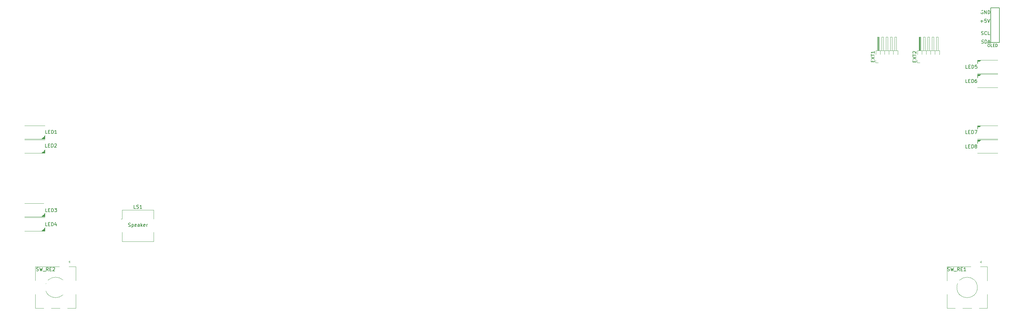
<source format=gto>
G04 #@! TF.GenerationSoftware,KiCad,Pcbnew,(5.1.6-0-10_14)*
G04 #@! TF.CreationDate,2020-10-11T16:31:34+09:00*
G04 #@! TF.ProjectId,Jones,4a6f6e65-732e-46b6-9963-61645f706362,v.0.2*
G04 #@! TF.SameCoordinates,Original*
G04 #@! TF.FileFunction,Legend,Top*
G04 #@! TF.FilePolarity,Positive*
%FSLAX46Y46*%
G04 Gerber Fmt 4.6, Leading zero omitted, Abs format (unit mm)*
G04 Created by KiCad (PCBNEW (5.1.6-0-10_14)) date 2020-10-11 16:31:34*
%MOMM*%
%LPD*%
G01*
G04 APERTURE LIST*
%ADD10C,0.120000*%
%ADD11C,0.150000*%
%ADD12C,0.100000*%
%ADD13C,1.500000*%
%ADD14C,3.400000*%
%ADD15C,4.387800*%
%ADD16C,2.150000*%
%ADD17C,1.400000*%
%ADD18C,5.400000*%
%ADD19O,7.400240X5.400000*%
%ADD20R,2.400000X2.400000*%
%ADD21C,2.400000*%
%ADD22R,2.400000X3.600000*%
%ADD23R,1.700000X3.800000*%
%ADD24C,1.100000*%
%ADD25O,1.300000X2.800000*%
%ADD26O,1.300000X2.100000*%
%ADD27C,3.448000*%
%ADD28R,1.400000X1.400000*%
%ADD29O,1.400000X1.400000*%
%ADD30R,1.900000X1.600000*%
%ADD31C,2.000000*%
%ADD32R,2.000000X1.250000*%
G04 APERTURE END LIST*
D10*
X298493580Y-107465550D02*
X298493580Y-108465550D01*
X298993580Y-107965550D02*
X297993580Y-107965550D01*
X294993580Y-114065550D02*
X292593580Y-114065550D01*
X299793580Y-114065550D02*
X297193580Y-114065550D01*
X304393580Y-114065550D02*
X301993580Y-114065550D01*
X302593580Y-100765550D02*
X302293580Y-100465550D01*
X302593580Y-100165550D02*
X302593580Y-100765550D01*
X302293580Y-100465550D02*
X302593580Y-100165550D01*
X304393580Y-101865550D02*
X292593580Y-101865550D01*
X304393580Y-105965550D02*
X304393580Y-101865550D01*
X292593580Y-105965550D02*
X292593580Y-101865550D01*
X292593580Y-114065550D02*
X292593580Y-109965550D01*
X304393580Y-109965550D02*
X304393580Y-114065550D01*
X301493580Y-107965550D02*
G75*
G03*
X301493580Y-107965550I-3000000J0D01*
G01*
D11*
X307920000Y-36120040D02*
X307920000Y-25960040D01*
X305380000Y-36120040D02*
X305380000Y-25960040D01*
X305380000Y-25960040D02*
X307920000Y-25960040D01*
X307920000Y-36120040D02*
X305380000Y-36120040D01*
D10*
X51240000Y-87890040D02*
X50910000Y-87890040D01*
X51240000Y-94460040D02*
X51240000Y-91810040D01*
X60460000Y-94460040D02*
X51240000Y-94460040D01*
X60460000Y-91810040D02*
X60460000Y-94460040D01*
X60460000Y-85240040D02*
X60460000Y-87890040D01*
X51240000Y-85240040D02*
X60460000Y-85240040D01*
X51240000Y-87890040D02*
X51240000Y-85240040D01*
X34771347Y-107952828D02*
G75*
G03*
X34771347Y-107952828I-3000000J0D01*
G01*
X37671347Y-109952828D02*
X37671347Y-114052828D01*
X25871347Y-114052828D02*
X25871347Y-109952828D01*
X25871347Y-105952828D02*
X25871347Y-101852828D01*
X37671347Y-105952828D02*
X37671347Y-101852828D01*
X37671347Y-101852828D02*
X25871347Y-101852828D01*
X35571347Y-100452828D02*
X35871347Y-100152828D01*
X35871347Y-100152828D02*
X35871347Y-100752828D01*
X35871347Y-100752828D02*
X35571347Y-100452828D01*
X37671347Y-114052828D02*
X35271347Y-114052828D01*
X33071347Y-114052828D02*
X30471347Y-114052828D01*
X28271347Y-114052828D02*
X25871347Y-114052828D01*
X32271347Y-107952828D02*
X31271347Y-107952828D01*
X31771347Y-107452828D02*
X31771347Y-108452828D01*
X271830323Y-39640000D02*
X271755000Y-39640000D01*
X271755000Y-39640000D02*
X271755000Y-38520000D01*
X271755000Y-38520000D02*
X278225000Y-38520000D01*
X278225000Y-38520000D02*
X278225000Y-39640000D01*
X278225000Y-39640000D02*
X278149677Y-39640000D01*
X272190000Y-38520000D02*
X272190000Y-34520000D01*
X272190000Y-34520000D02*
X272710000Y-34520000D01*
X272710000Y-34520000D02*
X272710000Y-38520000D01*
X272250000Y-38520000D02*
X272250000Y-34520000D01*
X272370000Y-38520000D02*
X272370000Y-34520000D01*
X272490000Y-38520000D02*
X272490000Y-34520000D01*
X272610000Y-38520000D02*
X272610000Y-34520000D01*
X273085000Y-39640000D02*
X273085000Y-38520000D01*
X273069677Y-39640000D02*
X273100323Y-39640000D01*
X273460000Y-38520000D02*
X273460000Y-34520000D01*
X273460000Y-34520000D02*
X273980000Y-34520000D01*
X273980000Y-34520000D02*
X273980000Y-38520000D01*
X274355000Y-39640000D02*
X274355000Y-38520000D01*
X274339677Y-39640000D02*
X274370323Y-39640000D01*
X274730000Y-38520000D02*
X274730000Y-34520000D01*
X274730000Y-34520000D02*
X275250000Y-34520000D01*
X275250000Y-34520000D02*
X275250000Y-38520000D01*
X275625000Y-39640000D02*
X275625000Y-38520000D01*
X275609677Y-39640000D02*
X275640323Y-39640000D01*
X276000000Y-38520000D02*
X276000000Y-34520000D01*
X276000000Y-34520000D02*
X276520000Y-34520000D01*
X276520000Y-34520000D02*
X276520000Y-38520000D01*
X276895000Y-39640000D02*
X276895000Y-38520000D01*
X276879677Y-39640000D02*
X276910323Y-39640000D01*
X277270000Y-38520000D02*
X277270000Y-34520000D01*
X277270000Y-34520000D02*
X277790000Y-34520000D01*
X277790000Y-34520000D02*
X277790000Y-38520000D01*
X272450000Y-42110000D02*
X271690000Y-42110000D01*
X271690000Y-42110000D02*
X271690000Y-41350000D01*
X283890000Y-42110000D02*
X283890000Y-41350000D01*
X284650000Y-42110000D02*
X283890000Y-42110000D01*
X289990000Y-34520000D02*
X289990000Y-38520000D01*
X289470000Y-34520000D02*
X289990000Y-34520000D01*
X289470000Y-38520000D02*
X289470000Y-34520000D01*
X289079677Y-39640000D02*
X289110323Y-39640000D01*
X289095000Y-39640000D02*
X289095000Y-38520000D01*
X288720000Y-34520000D02*
X288720000Y-38520000D01*
X288200000Y-34520000D02*
X288720000Y-34520000D01*
X288200000Y-38520000D02*
X288200000Y-34520000D01*
X287809677Y-39640000D02*
X287840323Y-39640000D01*
X287825000Y-39640000D02*
X287825000Y-38520000D01*
X287450000Y-34520000D02*
X287450000Y-38520000D01*
X286930000Y-34520000D02*
X287450000Y-34520000D01*
X286930000Y-38520000D02*
X286930000Y-34520000D01*
X286539677Y-39640000D02*
X286570323Y-39640000D01*
X286555000Y-39640000D02*
X286555000Y-38520000D01*
X286180000Y-34520000D02*
X286180000Y-38520000D01*
X285660000Y-34520000D02*
X286180000Y-34520000D01*
X285660000Y-38520000D02*
X285660000Y-34520000D01*
X285269677Y-39640000D02*
X285300323Y-39640000D01*
X285285000Y-39640000D02*
X285285000Y-38520000D01*
X284810000Y-38520000D02*
X284810000Y-34520000D01*
X284690000Y-38520000D02*
X284690000Y-34520000D01*
X284570000Y-38520000D02*
X284570000Y-34520000D01*
X284450000Y-38520000D02*
X284450000Y-34520000D01*
X284910000Y-34520000D02*
X284910000Y-38520000D01*
X284390000Y-34520000D02*
X284910000Y-34520000D01*
X284390000Y-38520000D02*
X284390000Y-34520000D01*
X290425000Y-39640000D02*
X290349677Y-39640000D01*
X290425000Y-38520000D02*
X290425000Y-39640000D01*
X283955000Y-38520000D02*
X290425000Y-38520000D01*
X283955000Y-39640000D02*
X283955000Y-38520000D01*
X284030323Y-39640000D02*
X283955000Y-39640000D01*
X28600000Y-64400040D02*
X28600000Y-63325040D01*
X22700000Y-64400040D02*
X28600000Y-64400040D01*
X22700000Y-60500040D02*
X28600000Y-60500040D01*
D12*
G36*
X28600000Y-64400040D02*
G01*
X27600000Y-64400040D01*
X28600000Y-63400040D01*
X28600000Y-64400040D01*
G37*
X28600000Y-64400040D02*
X27600000Y-64400040D01*
X28600000Y-63400040D01*
X28600000Y-64400040D01*
G36*
X28600000Y-68600040D02*
G01*
X27600000Y-68600040D01*
X28600000Y-67600040D01*
X28600000Y-68600040D01*
G37*
X28600000Y-68600040D02*
X27600000Y-68600040D01*
X28600000Y-67600040D01*
X28600000Y-68600040D01*
D10*
X22700000Y-64700040D02*
X28600000Y-64700040D01*
X22700000Y-68600040D02*
X28600000Y-68600040D01*
X28600000Y-68600040D02*
X28600000Y-67525040D01*
X28600000Y-87200040D02*
X28600000Y-86125040D01*
X22700000Y-87200040D02*
X28600000Y-87200040D01*
X22700000Y-83300040D02*
X28600000Y-83300040D01*
D12*
G36*
X28600000Y-87200040D02*
G01*
X27600000Y-87200040D01*
X28600000Y-86200040D01*
X28600000Y-87200040D01*
G37*
X28600000Y-87200040D02*
X27600000Y-87200040D01*
X28600000Y-86200040D01*
X28600000Y-87200040D01*
G36*
X28600000Y-91400040D02*
G01*
X27600000Y-91400040D01*
X28600000Y-90400040D01*
X28600000Y-91400040D01*
G37*
X28600000Y-91400040D02*
X27600000Y-91400040D01*
X28600000Y-90400040D01*
X28600000Y-91400040D01*
D10*
X22700000Y-87500040D02*
X28600000Y-87500040D01*
X22700000Y-91400040D02*
X28600000Y-91400040D01*
X28600000Y-91400040D02*
X28600000Y-90325040D01*
D12*
G36*
X301500000Y-41300040D02*
G01*
X302500000Y-41300040D01*
X301500000Y-42300040D01*
X301500000Y-41300040D01*
G37*
X301500000Y-41300040D02*
X302500000Y-41300040D01*
X301500000Y-42300040D01*
X301500000Y-41300040D01*
D10*
X307400000Y-45200040D02*
X301500000Y-45200040D01*
X307400000Y-41300040D02*
X301500000Y-41300040D01*
X301500000Y-41300040D02*
X301500000Y-42375040D01*
X301500000Y-45500040D02*
X301500000Y-46575040D01*
X307400000Y-45500040D02*
X301500000Y-45500040D01*
X307400000Y-49400040D02*
X301500000Y-49400040D01*
D12*
G36*
X301500000Y-45500040D02*
G01*
X302500000Y-45500040D01*
X301500000Y-46500040D01*
X301500000Y-45500040D01*
G37*
X301500000Y-45500040D02*
X302500000Y-45500040D01*
X301500000Y-46500040D01*
X301500000Y-45500040D01*
D10*
X301500000Y-60500040D02*
X301500000Y-61575040D01*
X307400000Y-60500040D02*
X301500000Y-60500040D01*
X307400000Y-64400040D02*
X301500000Y-64400040D01*
D12*
G36*
X301500000Y-60500040D02*
G01*
X302500000Y-60500040D01*
X301500000Y-61500040D01*
X301500000Y-60500040D01*
G37*
X301500000Y-60500040D02*
X302500000Y-60500040D01*
X301500000Y-61500040D01*
X301500000Y-60500040D01*
G36*
X301500000Y-64700040D02*
G01*
X302500000Y-64700040D01*
X301500000Y-65700040D01*
X301500000Y-64700040D01*
G37*
X301500000Y-64700040D02*
X302500000Y-64700040D01*
X301500000Y-65700040D01*
X301500000Y-64700040D01*
D10*
X307400000Y-68600040D02*
X301500000Y-68600040D01*
X307400000Y-64700040D02*
X301500000Y-64700040D01*
X301500000Y-64700040D02*
X301500000Y-65775040D01*
D11*
X292783333Y-103054801D02*
X292926190Y-103102420D01*
X293164285Y-103102420D01*
X293259523Y-103054801D01*
X293307142Y-103007182D01*
X293354761Y-102911944D01*
X293354761Y-102816706D01*
X293307142Y-102721468D01*
X293259523Y-102673849D01*
X293164285Y-102626230D01*
X292973809Y-102578611D01*
X292878571Y-102530992D01*
X292830952Y-102483373D01*
X292783333Y-102388135D01*
X292783333Y-102292897D01*
X292830952Y-102197659D01*
X292878571Y-102150040D01*
X292973809Y-102102420D01*
X293211904Y-102102420D01*
X293354761Y-102150040D01*
X293688095Y-102102420D02*
X293926190Y-103102420D01*
X294116666Y-102388135D01*
X294307142Y-103102420D01*
X294545238Y-102102420D01*
X294688095Y-103197659D02*
X295450000Y-103197659D01*
X296259523Y-103102420D02*
X295926190Y-102626230D01*
X295688095Y-103102420D02*
X295688095Y-102102420D01*
X296069047Y-102102420D01*
X296164285Y-102150040D01*
X296211904Y-102197659D01*
X296259523Y-102292897D01*
X296259523Y-102435754D01*
X296211904Y-102530992D01*
X296164285Y-102578611D01*
X296069047Y-102626230D01*
X295688095Y-102626230D01*
X296688095Y-102578611D02*
X297021428Y-102578611D01*
X297164285Y-103102420D02*
X296688095Y-103102420D01*
X296688095Y-102102420D01*
X297164285Y-102102420D01*
X298116666Y-103102420D02*
X297545238Y-103102420D01*
X297830952Y-103102420D02*
X297830952Y-102102420D01*
X297735714Y-102245278D01*
X297640476Y-102340516D01*
X297545238Y-102388135D01*
X304769504Y-36604895D02*
X304924323Y-36604895D01*
X305001733Y-36643600D01*
X305079142Y-36721009D01*
X305117847Y-36875828D01*
X305117847Y-37146761D01*
X305079142Y-37301580D01*
X305001733Y-37378990D01*
X304924323Y-37417695D01*
X304769504Y-37417695D01*
X304692095Y-37378990D01*
X304614685Y-37301580D01*
X304575980Y-37146761D01*
X304575980Y-36875828D01*
X304614685Y-36721009D01*
X304692095Y-36643600D01*
X304769504Y-36604895D01*
X305853238Y-37417695D02*
X305466190Y-37417695D01*
X305466190Y-36604895D01*
X306124171Y-36991942D02*
X306395104Y-36991942D01*
X306511219Y-37417695D02*
X306124171Y-37417695D01*
X306124171Y-36604895D01*
X306511219Y-36604895D01*
X306859561Y-37417695D02*
X306859561Y-36604895D01*
X307053085Y-36604895D01*
X307169200Y-36643600D01*
X307246609Y-36721009D01*
X307285314Y-36798419D01*
X307324019Y-36953238D01*
X307324019Y-37069352D01*
X307285314Y-37224171D01*
X307246609Y-37301580D01*
X307169200Y-37378990D01*
X307053085Y-37417695D01*
X306859561Y-37417695D01*
X302735714Y-36354761D02*
X302878571Y-36402380D01*
X303116666Y-36402380D01*
X303211904Y-36354761D01*
X303259523Y-36307142D01*
X303307142Y-36211904D01*
X303307142Y-36116666D01*
X303259523Y-36021428D01*
X303211904Y-35973809D01*
X303116666Y-35926190D01*
X302926190Y-35878571D01*
X302830952Y-35830952D01*
X302783333Y-35783333D01*
X302735714Y-35688095D01*
X302735714Y-35592857D01*
X302783333Y-35497619D01*
X302830952Y-35450000D01*
X302926190Y-35402380D01*
X303164285Y-35402380D01*
X303307142Y-35450000D01*
X303735714Y-36402380D02*
X303735714Y-35402380D01*
X303973809Y-35402380D01*
X304116666Y-35450000D01*
X304211904Y-35545238D01*
X304259523Y-35640476D01*
X304307142Y-35830952D01*
X304307142Y-35973809D01*
X304259523Y-36164285D01*
X304211904Y-36259523D01*
X304116666Y-36354761D01*
X303973809Y-36402380D01*
X303735714Y-36402380D01*
X304688095Y-36116666D02*
X305164285Y-36116666D01*
X304592857Y-36402380D02*
X304926190Y-35402380D01*
X305259523Y-36402380D01*
X302659523Y-33854761D02*
X302802380Y-33902380D01*
X303040476Y-33902380D01*
X303135714Y-33854761D01*
X303183333Y-33807142D01*
X303230952Y-33711904D01*
X303230952Y-33616666D01*
X303183333Y-33521428D01*
X303135714Y-33473809D01*
X303040476Y-33426190D01*
X302850000Y-33378571D01*
X302754761Y-33330952D01*
X302707142Y-33283333D01*
X302659523Y-33188095D01*
X302659523Y-33092857D01*
X302707142Y-32997619D01*
X302754761Y-32950000D01*
X302850000Y-32902380D01*
X303088095Y-32902380D01*
X303230952Y-32950000D01*
X304230952Y-33807142D02*
X304183333Y-33854761D01*
X304040476Y-33902380D01*
X303945238Y-33902380D01*
X303802380Y-33854761D01*
X303707142Y-33759523D01*
X303659523Y-33664285D01*
X303611904Y-33473809D01*
X303611904Y-33330952D01*
X303659523Y-33140476D01*
X303707142Y-33045238D01*
X303802380Y-32950000D01*
X303945238Y-32902380D01*
X304040476Y-32902380D01*
X304183333Y-32950000D01*
X304230952Y-32997619D01*
X305135714Y-33902380D02*
X304659523Y-33902380D01*
X304659523Y-32902380D01*
X302414285Y-29921428D02*
X303176190Y-29921428D01*
X302795238Y-30302380D02*
X302795238Y-29540476D01*
X304128571Y-29302380D02*
X303652380Y-29302380D01*
X303604761Y-29778571D01*
X303652380Y-29730952D01*
X303747619Y-29683333D01*
X303985714Y-29683333D01*
X304080952Y-29730952D01*
X304128571Y-29778571D01*
X304176190Y-29873809D01*
X304176190Y-30111904D01*
X304128571Y-30207142D01*
X304080952Y-30254761D01*
X303985714Y-30302380D01*
X303747619Y-30302380D01*
X303652380Y-30254761D01*
X303604761Y-30207142D01*
X304461904Y-29302380D02*
X304795238Y-30302380D01*
X305128571Y-29302380D01*
X303088095Y-26800000D02*
X302992857Y-26752380D01*
X302850000Y-26752380D01*
X302707142Y-26800000D01*
X302611904Y-26895238D01*
X302564285Y-26990476D01*
X302516666Y-27180952D01*
X302516666Y-27323809D01*
X302564285Y-27514285D01*
X302611904Y-27609523D01*
X302707142Y-27704761D01*
X302850000Y-27752380D01*
X302945238Y-27752380D01*
X303088095Y-27704761D01*
X303135714Y-27657142D01*
X303135714Y-27323809D01*
X302945238Y-27323809D01*
X303564285Y-27752380D02*
X303564285Y-26752380D01*
X304135714Y-27752380D01*
X304135714Y-26752380D01*
X304611904Y-27752380D02*
X304611904Y-26752380D01*
X304850000Y-26752380D01*
X304992857Y-26800000D01*
X305088095Y-26895238D01*
X305135714Y-26990476D01*
X305183333Y-27180952D01*
X305183333Y-27323809D01*
X305135714Y-27514285D01*
X305088095Y-27609523D01*
X304992857Y-27704761D01*
X304850000Y-27752380D01*
X304611904Y-27752380D01*
X55207142Y-84802420D02*
X54730952Y-84802420D01*
X54730952Y-83802420D01*
X55492857Y-84754801D02*
X55635714Y-84802420D01*
X55873809Y-84802420D01*
X55969047Y-84754801D01*
X56016666Y-84707182D01*
X56064285Y-84611944D01*
X56064285Y-84516706D01*
X56016666Y-84421468D01*
X55969047Y-84373849D01*
X55873809Y-84326230D01*
X55683333Y-84278611D01*
X55588095Y-84230992D01*
X55540476Y-84183373D01*
X55492857Y-84088135D01*
X55492857Y-83992897D01*
X55540476Y-83897659D01*
X55588095Y-83850040D01*
X55683333Y-83802420D01*
X55921428Y-83802420D01*
X56064285Y-83850040D01*
X57016666Y-84802420D02*
X56445238Y-84802420D01*
X56730952Y-84802420D02*
X56730952Y-83802420D01*
X56635714Y-83945278D01*
X56540476Y-84040516D01*
X56445238Y-84088135D01*
X53088095Y-90054801D02*
X53230952Y-90102420D01*
X53469047Y-90102420D01*
X53564285Y-90054801D01*
X53611904Y-90007182D01*
X53659523Y-89911944D01*
X53659523Y-89816706D01*
X53611904Y-89721468D01*
X53564285Y-89673849D01*
X53469047Y-89626230D01*
X53278571Y-89578611D01*
X53183333Y-89530992D01*
X53135714Y-89483373D01*
X53088095Y-89388135D01*
X53088095Y-89292897D01*
X53135714Y-89197659D01*
X53183333Y-89150040D01*
X53278571Y-89102420D01*
X53516666Y-89102420D01*
X53659523Y-89150040D01*
X54088095Y-89435754D02*
X54088095Y-90435754D01*
X54088095Y-89483373D02*
X54183333Y-89435754D01*
X54373809Y-89435754D01*
X54469047Y-89483373D01*
X54516666Y-89530992D01*
X54564285Y-89626230D01*
X54564285Y-89911944D01*
X54516666Y-90007182D01*
X54469047Y-90054801D01*
X54373809Y-90102420D01*
X54183333Y-90102420D01*
X54088095Y-90054801D01*
X55373809Y-90054801D02*
X55278571Y-90102420D01*
X55088095Y-90102420D01*
X54992857Y-90054801D01*
X54945238Y-89959563D01*
X54945238Y-89578611D01*
X54992857Y-89483373D01*
X55088095Y-89435754D01*
X55278571Y-89435754D01*
X55373809Y-89483373D01*
X55421428Y-89578611D01*
X55421428Y-89673849D01*
X54945238Y-89769087D01*
X56278571Y-90102420D02*
X56278571Y-89578611D01*
X56230952Y-89483373D01*
X56135714Y-89435754D01*
X55945238Y-89435754D01*
X55850000Y-89483373D01*
X56278571Y-90054801D02*
X56183333Y-90102420D01*
X55945238Y-90102420D01*
X55850000Y-90054801D01*
X55802380Y-89959563D01*
X55802380Y-89864325D01*
X55850000Y-89769087D01*
X55945238Y-89721468D01*
X56183333Y-89721468D01*
X56278571Y-89673849D01*
X56754761Y-90102420D02*
X56754761Y-89102420D01*
X56850000Y-89721468D02*
X57135714Y-90102420D01*
X57135714Y-89435754D02*
X56754761Y-89816706D01*
X57945238Y-90054801D02*
X57850000Y-90102420D01*
X57659523Y-90102420D01*
X57564285Y-90054801D01*
X57516666Y-89959563D01*
X57516666Y-89578611D01*
X57564285Y-89483373D01*
X57659523Y-89435754D01*
X57850000Y-89435754D01*
X57945238Y-89483373D01*
X57992857Y-89578611D01*
X57992857Y-89673849D01*
X57516666Y-89769087D01*
X58421428Y-90102420D02*
X58421428Y-89435754D01*
X58421428Y-89626230D02*
X58469047Y-89530992D01*
X58516666Y-89483373D01*
X58611904Y-89435754D01*
X58707142Y-89435754D01*
X26183333Y-103054801D02*
X26326190Y-103102420D01*
X26564285Y-103102420D01*
X26659523Y-103054801D01*
X26707142Y-103007182D01*
X26754761Y-102911944D01*
X26754761Y-102816706D01*
X26707142Y-102721468D01*
X26659523Y-102673849D01*
X26564285Y-102626230D01*
X26373809Y-102578611D01*
X26278571Y-102530992D01*
X26230952Y-102483373D01*
X26183333Y-102388135D01*
X26183333Y-102292897D01*
X26230952Y-102197659D01*
X26278571Y-102150040D01*
X26373809Y-102102420D01*
X26611904Y-102102420D01*
X26754761Y-102150040D01*
X27088095Y-102102420D02*
X27326190Y-103102420D01*
X27516666Y-102388135D01*
X27707142Y-103102420D01*
X27945238Y-102102420D01*
X28088095Y-103197659D02*
X28850000Y-103197659D01*
X29659523Y-103102420D02*
X29326190Y-102626230D01*
X29088095Y-103102420D02*
X29088095Y-102102420D01*
X29469047Y-102102420D01*
X29564285Y-102150040D01*
X29611904Y-102197659D01*
X29659523Y-102292897D01*
X29659523Y-102435754D01*
X29611904Y-102530992D01*
X29564285Y-102578611D01*
X29469047Y-102626230D01*
X29088095Y-102626230D01*
X30088095Y-102578611D02*
X30421428Y-102578611D01*
X30564285Y-103102420D02*
X30088095Y-103102420D01*
X30088095Y-102102420D01*
X30564285Y-102102420D01*
X30945238Y-102197659D02*
X30992857Y-102150040D01*
X31088095Y-102102420D01*
X31326190Y-102102420D01*
X31421428Y-102150040D01*
X31469047Y-102197659D01*
X31516666Y-102292897D01*
X31516666Y-102388135D01*
X31469047Y-102530992D01*
X30897619Y-103102420D01*
X31516666Y-103102420D01*
X270878571Y-41847619D02*
X270878571Y-41514285D01*
X271402380Y-41371428D02*
X271402380Y-41847619D01*
X270402380Y-41847619D01*
X270402380Y-41371428D01*
X270402380Y-41038095D02*
X271402380Y-40371428D01*
X270402380Y-40371428D02*
X271402380Y-41038095D01*
X270402380Y-40133333D02*
X270402380Y-39561904D01*
X271402380Y-39847619D02*
X270402380Y-39847619D01*
X271402380Y-38704761D02*
X271402380Y-39276190D01*
X271402380Y-38990476D02*
X270402380Y-38990476D01*
X270545238Y-39085714D01*
X270640476Y-39180952D01*
X270688095Y-39276190D01*
X283078571Y-41897619D02*
X283078571Y-41564285D01*
X283602380Y-41421428D02*
X283602380Y-41897619D01*
X282602380Y-41897619D01*
X282602380Y-41421428D01*
X282602380Y-41088095D02*
X283602380Y-40421428D01*
X282602380Y-40421428D02*
X283602380Y-41088095D01*
X282602380Y-40183333D02*
X282602380Y-39611904D01*
X283602380Y-39897619D02*
X282602380Y-39897619D01*
X282697619Y-39326190D02*
X282650000Y-39278571D01*
X282602380Y-39183333D01*
X282602380Y-38945238D01*
X282650000Y-38850000D01*
X282697619Y-38802380D01*
X282792857Y-38754761D01*
X282888095Y-38754761D01*
X283030952Y-38802380D01*
X283602380Y-39373809D01*
X283602380Y-38754761D01*
X29330952Y-62852380D02*
X28854761Y-62852380D01*
X28854761Y-61852380D01*
X29664285Y-62328571D02*
X29997619Y-62328571D01*
X30140476Y-62852380D02*
X29664285Y-62852380D01*
X29664285Y-61852380D01*
X30140476Y-61852380D01*
X30569047Y-62852380D02*
X30569047Y-61852380D01*
X30807142Y-61852380D01*
X30950000Y-61900000D01*
X31045238Y-61995238D01*
X31092857Y-62090476D01*
X31140476Y-62280952D01*
X31140476Y-62423809D01*
X31092857Y-62614285D01*
X31045238Y-62709523D01*
X30950000Y-62804761D01*
X30807142Y-62852380D01*
X30569047Y-62852380D01*
X32092857Y-62852380D02*
X31521428Y-62852380D01*
X31807142Y-62852380D02*
X31807142Y-61852380D01*
X31711904Y-61995238D01*
X31616666Y-62090476D01*
X31521428Y-62138095D01*
X29280952Y-66852380D02*
X28804761Y-66852380D01*
X28804761Y-65852380D01*
X29614285Y-66328571D02*
X29947619Y-66328571D01*
X30090476Y-66852380D02*
X29614285Y-66852380D01*
X29614285Y-65852380D01*
X30090476Y-65852380D01*
X30519047Y-66852380D02*
X30519047Y-65852380D01*
X30757142Y-65852380D01*
X30900000Y-65900000D01*
X30995238Y-65995238D01*
X31042857Y-66090476D01*
X31090476Y-66280952D01*
X31090476Y-66423809D01*
X31042857Y-66614285D01*
X30995238Y-66709523D01*
X30900000Y-66804761D01*
X30757142Y-66852380D01*
X30519047Y-66852380D01*
X31471428Y-65947619D02*
X31519047Y-65900000D01*
X31614285Y-65852380D01*
X31852380Y-65852380D01*
X31947619Y-65900000D01*
X31995238Y-65947619D01*
X32042857Y-66042857D01*
X32042857Y-66138095D01*
X31995238Y-66280952D01*
X31423809Y-66852380D01*
X32042857Y-66852380D01*
X29330952Y-85802380D02*
X28854761Y-85802380D01*
X28854761Y-84802380D01*
X29664285Y-85278571D02*
X29997619Y-85278571D01*
X30140476Y-85802380D02*
X29664285Y-85802380D01*
X29664285Y-84802380D01*
X30140476Y-84802380D01*
X30569047Y-85802380D02*
X30569047Y-84802380D01*
X30807142Y-84802380D01*
X30950000Y-84850000D01*
X31045238Y-84945238D01*
X31092857Y-85040476D01*
X31140476Y-85230952D01*
X31140476Y-85373809D01*
X31092857Y-85564285D01*
X31045238Y-85659523D01*
X30950000Y-85754761D01*
X30807142Y-85802380D01*
X30569047Y-85802380D01*
X31473809Y-84802380D02*
X32092857Y-84802380D01*
X31759523Y-85183333D01*
X31902380Y-85183333D01*
X31997619Y-85230952D01*
X32045238Y-85278571D01*
X32092857Y-85373809D01*
X32092857Y-85611904D01*
X32045238Y-85707142D01*
X31997619Y-85754761D01*
X31902380Y-85802380D01*
X31616666Y-85802380D01*
X31521428Y-85754761D01*
X31473809Y-85707142D01*
X29330952Y-89902380D02*
X28854761Y-89902380D01*
X28854761Y-88902380D01*
X29664285Y-89378571D02*
X29997619Y-89378571D01*
X30140476Y-89902380D02*
X29664285Y-89902380D01*
X29664285Y-88902380D01*
X30140476Y-88902380D01*
X30569047Y-89902380D02*
X30569047Y-88902380D01*
X30807142Y-88902380D01*
X30950000Y-88950000D01*
X31045238Y-89045238D01*
X31092857Y-89140476D01*
X31140476Y-89330952D01*
X31140476Y-89473809D01*
X31092857Y-89664285D01*
X31045238Y-89759523D01*
X30950000Y-89854761D01*
X30807142Y-89902380D01*
X30569047Y-89902380D01*
X31997619Y-89235714D02*
X31997619Y-89902380D01*
X31759523Y-88854761D02*
X31521428Y-89569047D01*
X32140476Y-89569047D01*
X298630952Y-43752380D02*
X298154761Y-43752380D01*
X298154761Y-42752380D01*
X298964285Y-43228571D02*
X299297619Y-43228571D01*
X299440476Y-43752380D02*
X298964285Y-43752380D01*
X298964285Y-42752380D01*
X299440476Y-42752380D01*
X299869047Y-43752380D02*
X299869047Y-42752380D01*
X300107142Y-42752380D01*
X300250000Y-42800000D01*
X300345238Y-42895238D01*
X300392857Y-42990476D01*
X300440476Y-43180952D01*
X300440476Y-43323809D01*
X300392857Y-43514285D01*
X300345238Y-43609523D01*
X300250000Y-43704761D01*
X300107142Y-43752380D01*
X299869047Y-43752380D01*
X301345238Y-42752380D02*
X300869047Y-42752380D01*
X300821428Y-43228571D01*
X300869047Y-43180952D01*
X300964285Y-43133333D01*
X301202380Y-43133333D01*
X301297619Y-43180952D01*
X301345238Y-43228571D01*
X301392857Y-43323809D01*
X301392857Y-43561904D01*
X301345238Y-43657142D01*
X301297619Y-43704761D01*
X301202380Y-43752380D01*
X300964285Y-43752380D01*
X300869047Y-43704761D01*
X300821428Y-43657142D01*
X298580952Y-47952380D02*
X298104761Y-47952380D01*
X298104761Y-46952380D01*
X298914285Y-47428571D02*
X299247619Y-47428571D01*
X299390476Y-47952380D02*
X298914285Y-47952380D01*
X298914285Y-46952380D01*
X299390476Y-46952380D01*
X299819047Y-47952380D02*
X299819047Y-46952380D01*
X300057142Y-46952380D01*
X300200000Y-47000000D01*
X300295238Y-47095238D01*
X300342857Y-47190476D01*
X300390476Y-47380952D01*
X300390476Y-47523809D01*
X300342857Y-47714285D01*
X300295238Y-47809523D01*
X300200000Y-47904761D01*
X300057142Y-47952380D01*
X299819047Y-47952380D01*
X301247619Y-46952380D02*
X301057142Y-46952380D01*
X300961904Y-47000000D01*
X300914285Y-47047619D01*
X300819047Y-47190476D01*
X300771428Y-47380952D01*
X300771428Y-47761904D01*
X300819047Y-47857142D01*
X300866666Y-47904761D01*
X300961904Y-47952380D01*
X301152380Y-47952380D01*
X301247619Y-47904761D01*
X301295238Y-47857142D01*
X301342857Y-47761904D01*
X301342857Y-47523809D01*
X301295238Y-47428571D01*
X301247619Y-47380952D01*
X301152380Y-47333333D01*
X300961904Y-47333333D01*
X300866666Y-47380952D01*
X300819047Y-47428571D01*
X300771428Y-47523809D01*
X298580952Y-62902380D02*
X298104761Y-62902380D01*
X298104761Y-61902380D01*
X298914285Y-62378571D02*
X299247619Y-62378571D01*
X299390476Y-62902380D02*
X298914285Y-62902380D01*
X298914285Y-61902380D01*
X299390476Y-61902380D01*
X299819047Y-62902380D02*
X299819047Y-61902380D01*
X300057142Y-61902380D01*
X300200000Y-61950000D01*
X300295238Y-62045238D01*
X300342857Y-62140476D01*
X300390476Y-62330952D01*
X300390476Y-62473809D01*
X300342857Y-62664285D01*
X300295238Y-62759523D01*
X300200000Y-62854761D01*
X300057142Y-62902380D01*
X299819047Y-62902380D01*
X300723809Y-61902380D02*
X301390476Y-61902380D01*
X300961904Y-62902380D01*
X298580952Y-67102380D02*
X298104761Y-67102380D01*
X298104761Y-66102380D01*
X298914285Y-66578571D02*
X299247619Y-66578571D01*
X299390476Y-67102380D02*
X298914285Y-67102380D01*
X298914285Y-66102380D01*
X299390476Y-66102380D01*
X299819047Y-67102380D02*
X299819047Y-66102380D01*
X300057142Y-66102380D01*
X300200000Y-66150000D01*
X300295238Y-66245238D01*
X300342857Y-66340476D01*
X300390476Y-66530952D01*
X300390476Y-66673809D01*
X300342857Y-66864285D01*
X300295238Y-66959523D01*
X300200000Y-67054761D01*
X300057142Y-67102380D01*
X299819047Y-67102380D01*
X300961904Y-66530952D02*
X300866666Y-66483333D01*
X300819047Y-66435714D01*
X300771428Y-66340476D01*
X300771428Y-66292857D01*
X300819047Y-66197619D01*
X300866666Y-66150000D01*
X300961904Y-66102380D01*
X301152380Y-66102380D01*
X301247619Y-66150000D01*
X301295238Y-66197619D01*
X301342857Y-66292857D01*
X301342857Y-66340476D01*
X301295238Y-66435714D01*
X301247619Y-66483333D01*
X301152380Y-66530952D01*
X300961904Y-66530952D01*
X300866666Y-66578571D01*
X300819047Y-66626190D01*
X300771428Y-66721428D01*
X300771428Y-66911904D01*
X300819047Y-67007142D01*
X300866666Y-67054761D01*
X300961904Y-67102380D01*
X301152380Y-67102380D01*
X301247619Y-67054761D01*
X301295238Y-67007142D01*
X301342857Y-66911904D01*
X301342857Y-66721428D01*
X301295238Y-66626190D01*
X301247619Y-66578571D01*
X301152380Y-66530952D01*
%LPC*%
D13*
X22600000Y-76900000D02*
X26400000Y-76900000D01*
X22650000Y-81200000D02*
X26450000Y-81200000D01*
X307600000Y-81200000D02*
X303800000Y-81200000D01*
X307550000Y-76900000D02*
X303750000Y-76900000D01*
X301650000Y-79050000D02*
G75*
G03*
X303800000Y-81200000I2150000J0D01*
G01*
X301650000Y-79050000D02*
G75*
G02*
X303800000Y-76900000I2150000J0D01*
G01*
X28550000Y-79050000D02*
G75*
G02*
X26400000Y-81200000I-2150000J0D01*
G01*
X28550000Y-79050000D02*
G75*
G03*
X26400000Y-76900000I-2150000J0D01*
G01*
D14*
X139090000Y-64795200D03*
D15*
X136550000Y-69875200D03*
D14*
X132740000Y-67335200D03*
D16*
X131470000Y-69875200D03*
X141630000Y-69875200D03*
X265454840Y-31775040D03*
X255294840Y-31775040D03*
D14*
X256564840Y-29235040D03*
D15*
X260374840Y-31775040D03*
D14*
X262914840Y-26695040D03*
X281966080Y-26695080D03*
D15*
X279426080Y-31775080D03*
D14*
X275616080Y-29235080D03*
D16*
X274346080Y-31775080D03*
X284506080Y-31775080D03*
D14*
X120040000Y-64795200D03*
D15*
X117500000Y-69875200D03*
D14*
X113690000Y-67335200D03*
D16*
X112420000Y-69875200D03*
X122580000Y-69875200D03*
D17*
X305842035Y-76850000D03*
X305850000Y-81200000D03*
X302250000Y-80550000D03*
X303800000Y-76850000D03*
X303800000Y-81200000D03*
X301650000Y-79050000D03*
X302250000Y-77550000D03*
X27950000Y-80550000D03*
D18*
X47800000Y-50450000D03*
D19*
X150800000Y-69550000D03*
X213100000Y-107750000D03*
X282650000Y-50450000D03*
D17*
X47800000Y-48550000D03*
X45900000Y-50450000D03*
X49700000Y-50450000D03*
X47800000Y-52350000D03*
X46450000Y-49100000D03*
X49050000Y-49100000D03*
X46450000Y-51750000D03*
X49050000Y-51800000D03*
X282650000Y-48600000D03*
X282650000Y-52300000D03*
X283850000Y-52300000D03*
X281450000Y-52300000D03*
X281450000Y-48600000D03*
X283850000Y-48583000D03*
X213150000Y-105900000D03*
X213100000Y-109600000D03*
X214350000Y-105900000D03*
X211950000Y-105900000D03*
X211900000Y-109600000D03*
X214300000Y-109600000D03*
X150800000Y-67700000D03*
X152000000Y-67700000D03*
X149600000Y-67700000D03*
X150800000Y-71450000D03*
X149600000Y-71450000D03*
X152000000Y-71450000D03*
X28550000Y-79050000D03*
X26400000Y-76900000D03*
X26400000Y-81250000D03*
X27950000Y-77550000D03*
X24350000Y-76900000D03*
X24357965Y-81250000D03*
D16*
X65430000Y-50825120D03*
X55270000Y-50825120D03*
D14*
X56540000Y-48285120D03*
D15*
X60350000Y-50825120D03*
D14*
X62890000Y-45745120D03*
X62890000Y-64795200D03*
D15*
X60350000Y-69875200D03*
D14*
X56540000Y-67335200D03*
D16*
X55270000Y-69875200D03*
X65430000Y-69875200D03*
X179730640Y-69875200D03*
X169570640Y-69875200D03*
D14*
X170840640Y-67335200D03*
D15*
X174650640Y-69875200D03*
D14*
X177190640Y-64795200D03*
X39077500Y-45745120D03*
D15*
X36537500Y-50825120D03*
D14*
X32727500Y-48285120D03*
D16*
X31457500Y-50825120D03*
X41617500Y-50825120D03*
D20*
X300993580Y-100465550D03*
D21*
X298493580Y-100465550D03*
X295993580Y-100465550D03*
D22*
X304093580Y-107965550D03*
X292893580Y-107965550D03*
D21*
X300993580Y-114965550D03*
X295993580Y-114965550D03*
D16*
X45745000Y-31775040D03*
X55905000Y-31775040D03*
D14*
X54635000Y-34315040D03*
D15*
X50825000Y-31775040D03*
D14*
X48285000Y-36855040D03*
X29235000Y-36855040D03*
D15*
X31775000Y-31775040D03*
D14*
X35585000Y-34315040D03*
D16*
X36855000Y-31775040D03*
X26695000Y-31775040D03*
D14*
X72415000Y-83845280D03*
D15*
X69875000Y-88925280D03*
D14*
X66065000Y-86385280D03*
D16*
X64795000Y-88925280D03*
X74955000Y-88925280D03*
D14*
X72415000Y-26695040D03*
D15*
X69875000Y-31775040D03*
D14*
X66065000Y-29235040D03*
D16*
X64795000Y-31775040D03*
X74955000Y-31775040D03*
X84480000Y-50825120D03*
X74320000Y-50825120D03*
D14*
X75590000Y-48285120D03*
D15*
X79400000Y-50825120D03*
D14*
X81940000Y-45745120D03*
X81940000Y-64795200D03*
D15*
X79400000Y-69875200D03*
D14*
X75590000Y-67335200D03*
D16*
X74320000Y-69875200D03*
X84480000Y-69875200D03*
D14*
X91465000Y-83845280D03*
D15*
X88925000Y-88925280D03*
D14*
X85115000Y-86385280D03*
D16*
X83845000Y-88925280D03*
X94005000Y-88925280D03*
D14*
X91465000Y-26695040D03*
D15*
X88925000Y-31775040D03*
D14*
X85115000Y-29235040D03*
D16*
X83845000Y-31775040D03*
X94005000Y-31775040D03*
X103530000Y-50825120D03*
X93370000Y-50825120D03*
D14*
X94640000Y-48285120D03*
D15*
X98450000Y-50825120D03*
D14*
X100990000Y-45745120D03*
X100990000Y-64795200D03*
D15*
X98450000Y-69875200D03*
D14*
X94640000Y-67335200D03*
D16*
X93370000Y-69875200D03*
X103530000Y-69875200D03*
D14*
X110515000Y-83845280D03*
D15*
X107975000Y-88925280D03*
D14*
X104165000Y-86385280D03*
D16*
X102895000Y-88925280D03*
X113055000Y-88925280D03*
D14*
X110515000Y-26695040D03*
D15*
X107975000Y-31775040D03*
D14*
X104165000Y-29235040D03*
D16*
X102895000Y-31775040D03*
X113055000Y-31775040D03*
X122580000Y-50825120D03*
X112420000Y-50825120D03*
D14*
X113690000Y-48285120D03*
D15*
X117500000Y-50825120D03*
D14*
X120040000Y-45745120D03*
X129565000Y-83845280D03*
D15*
X127025000Y-88925280D03*
D14*
X123215000Y-86385280D03*
D16*
X121945000Y-88925280D03*
X132105000Y-88925280D03*
D14*
X129565000Y-26695040D03*
D15*
X127025000Y-31775040D03*
D14*
X123215000Y-29235040D03*
D16*
X121945000Y-31775040D03*
X132105000Y-31775040D03*
X141630000Y-50825120D03*
X131470000Y-50825120D03*
D14*
X132740000Y-48285120D03*
D15*
X136550000Y-50825120D03*
D14*
X139090000Y-45745120D03*
X148615000Y-83845280D03*
D15*
X146075000Y-88925280D03*
D14*
X142265000Y-86385280D03*
D16*
X140995000Y-88925280D03*
X151155000Y-88925280D03*
X151155000Y-31775040D03*
X140995000Y-31775040D03*
D14*
X142265000Y-29235040D03*
D15*
X146075000Y-31775040D03*
D14*
X148615000Y-26695040D03*
D16*
X217830800Y-50825160D03*
X207670800Y-50825160D03*
D14*
X208940800Y-48285160D03*
D15*
X212750800Y-50825160D03*
D14*
X215290800Y-45745160D03*
X215290800Y-64795240D03*
D15*
X212750800Y-69875240D03*
D14*
X208940800Y-67335240D03*
D16*
X207670800Y-69875240D03*
X217830800Y-69875240D03*
D14*
X224815840Y-83845320D03*
D15*
X222275840Y-88925320D03*
D14*
X218465840Y-86385320D03*
D16*
X217195840Y-88925320D03*
X227355840Y-88925320D03*
X236880880Y-50825160D03*
X226720880Y-50825160D03*
D14*
X227990880Y-48285160D03*
D15*
X231800880Y-50825160D03*
D14*
X234340880Y-45745160D03*
D16*
X236880880Y-69875240D03*
X226720880Y-69875240D03*
D14*
X227990880Y-67335240D03*
D15*
X231800880Y-69875240D03*
D14*
X234340880Y-64795240D03*
X243865920Y-83845320D03*
D15*
X241325920Y-88925320D03*
D14*
X237515920Y-86385320D03*
D16*
X236245920Y-88925320D03*
X246405920Y-88925320D03*
X303556160Y-31775080D03*
X293396160Y-31775080D03*
D14*
X294666160Y-29235080D03*
D15*
X298476160Y-31775080D03*
D14*
X301016160Y-26695080D03*
D16*
X160680560Y-50825120D03*
X150520560Y-50825120D03*
D14*
X151790560Y-48285120D03*
D15*
X155600560Y-50825120D03*
D14*
X158140560Y-45745120D03*
X167665600Y-83845280D03*
D15*
X165125600Y-88925280D03*
D14*
X161315600Y-86385280D03*
D16*
X160045600Y-88925280D03*
X170205600Y-88925280D03*
D14*
X167665600Y-26695080D03*
D15*
X165125600Y-31775080D03*
D14*
X161315600Y-29235080D03*
D16*
X160045600Y-31775080D03*
X170205600Y-31775080D03*
X179730640Y-50825160D03*
X169570640Y-50825160D03*
D14*
X170840640Y-48285160D03*
D15*
X174650640Y-50825160D03*
D14*
X177190640Y-45745160D03*
X186715680Y-83845280D03*
D15*
X184175680Y-88925280D03*
D14*
X180365680Y-86385280D03*
D16*
X179095680Y-88925280D03*
X189255680Y-88925280D03*
X189255680Y-31775040D03*
X179095680Y-31775040D03*
D14*
X180365680Y-29235040D03*
D15*
X184175680Y-31775040D03*
D14*
X186715680Y-26695040D03*
D16*
X198780720Y-50825160D03*
X188620720Y-50825160D03*
D14*
X189890720Y-48285160D03*
D15*
X193700720Y-50825160D03*
D14*
X196240720Y-45745160D03*
D16*
X198780720Y-69875240D03*
X188620720Y-69875240D03*
D14*
X189890720Y-67335240D03*
D15*
X193700720Y-69875240D03*
D14*
X196240720Y-64795240D03*
X205765760Y-26695040D03*
D15*
X203225760Y-31775040D03*
D14*
X199415760Y-29235040D03*
D16*
X198145760Y-31775040D03*
X208305760Y-31775040D03*
X227354840Y-31775040D03*
X217194840Y-31775040D03*
D14*
X218464840Y-29235040D03*
D15*
X222274840Y-31775040D03*
D14*
X224814840Y-26695040D03*
X243864840Y-26695040D03*
D15*
X241324840Y-31775040D03*
D14*
X237514840Y-29235040D03*
D16*
X236244840Y-31775040D03*
X246404840Y-31775040D03*
X284506080Y-88925320D03*
X274346080Y-88925320D03*
D14*
X275616080Y-86385320D03*
D15*
X279426080Y-88925320D03*
D14*
X281966080Y-83845320D03*
D16*
X293396160Y-88925320D03*
X303556160Y-88925320D03*
D14*
X302286160Y-91465320D03*
D15*
X298476160Y-88925320D03*
D14*
X295936160Y-94005320D03*
X281966080Y-102895360D03*
D15*
X279426080Y-107975360D03*
D14*
X275616080Y-105435360D03*
D16*
X274346080Y-107975360D03*
X284506080Y-107975360D03*
D14*
X205765760Y-83845320D03*
D15*
X203225760Y-88925320D03*
D14*
X199415760Y-86385320D03*
D16*
X198145760Y-88925320D03*
X208305760Y-88925320D03*
X31457500Y-69875200D03*
X41617500Y-69875200D03*
D14*
X40347500Y-72415200D03*
D15*
X36537500Y-69875200D03*
D14*
X33997500Y-74955200D03*
X258153480Y-45745160D03*
D15*
X255613480Y-50825160D03*
D14*
X251803480Y-48285160D03*
D16*
X250533480Y-50825160D03*
X260693480Y-50825160D03*
D14*
X262916000Y-102895360D03*
D15*
X260376000Y-107975360D03*
D14*
X256566000Y-105435360D03*
D16*
X255296000Y-107975360D03*
X265456000Y-107975360D03*
D23*
X51500000Y-89850040D03*
X60200000Y-89850040D03*
D16*
X298793640Y-50825160D03*
X288633640Y-50825160D03*
D14*
X289903640Y-48285160D03*
D15*
X293713640Y-50825160D03*
D14*
X296253640Y-45745160D03*
D20*
X34271347Y-100452828D03*
D21*
X31771347Y-100452828D03*
X29271347Y-100452828D03*
D22*
X37371347Y-107952828D03*
X26171347Y-107952828D03*
D21*
X34271347Y-114952828D03*
X29271347Y-114952828D03*
D24*
X37801552Y-28187233D03*
X38651552Y-28187233D03*
X39501552Y-28187233D03*
X40351552Y-28187233D03*
X41201552Y-28187233D03*
X42051552Y-28187233D03*
X42901552Y-28187233D03*
X43751552Y-28187233D03*
X38651552Y-26837233D03*
X40351552Y-26837233D03*
X39501552Y-26837233D03*
X37801552Y-26837233D03*
X42051552Y-26837233D03*
X42901552Y-26837233D03*
X43751552Y-26837233D03*
X41201552Y-26837233D03*
D25*
X36451552Y-27207233D03*
X45101552Y-27207233D03*
D26*
X36451552Y-23827233D03*
X45101552Y-23827233D03*
D16*
X298793640Y-69875240D03*
X288633640Y-69875240D03*
D14*
X289903640Y-67335240D03*
D15*
X293713640Y-69875240D03*
D14*
X296253640Y-64795240D03*
X277203560Y-45745160D03*
D15*
X274663560Y-50825160D03*
D14*
X270853560Y-48285160D03*
D16*
X269583560Y-50825160D03*
X279743560Y-50825160D03*
X293396160Y-50825160D03*
X303556160Y-50825160D03*
D14*
X302286160Y-53365160D03*
D15*
X298476160Y-50825160D03*
D14*
X295936160Y-55905160D03*
D16*
X293396160Y-69875240D03*
X303556160Y-69875240D03*
D14*
X302286160Y-72415240D03*
D15*
X298476160Y-69875240D03*
D14*
X295936160Y-74955240D03*
D16*
X101149060Y-107975400D03*
X90989060Y-107975400D03*
D14*
X92259060Y-105435400D03*
D15*
X96069060Y-107975400D03*
D14*
X98609060Y-102895400D03*
X41458820Y-64795240D03*
D15*
X38918820Y-69875240D03*
D14*
X35108820Y-67335240D03*
D16*
X33838820Y-69875240D03*
X43998820Y-69875240D03*
X250533480Y-69875240D03*
X260693480Y-69875240D03*
D15*
X255613480Y-69875240D03*
X293713640Y-88925320D03*
D16*
X298793640Y-88925320D03*
X288633640Y-88925320D03*
X281489860Y-69875240D03*
X291649860Y-69875240D03*
D15*
X286569860Y-69875240D03*
D16*
X71938980Y-107975400D03*
X82098980Y-107975400D03*
D14*
X80828980Y-110515400D03*
D15*
X77018980Y-107975400D03*
D14*
X74478980Y-113055400D03*
D16*
X50507640Y-107975400D03*
X60667640Y-107975400D03*
D14*
X59397640Y-110515400D03*
D15*
X55587640Y-107975400D03*
D14*
X53047640Y-113055400D03*
D16*
X77336460Y-107975400D03*
X67176460Y-107975400D03*
D14*
X68446460Y-105435400D03*
D15*
X72256460Y-107975400D03*
D14*
X74796460Y-102895400D03*
X46221340Y-83845320D03*
D15*
X43681340Y-88925320D03*
D14*
X39871340Y-86385320D03*
D16*
X38601340Y-88925320D03*
X48761340Y-88925320D03*
D14*
X243865920Y-102895400D03*
D15*
X241325920Y-107975400D03*
D14*
X237515920Y-105435400D03*
D16*
X236245920Y-107975400D03*
X246405920Y-107975400D03*
X88607800Y-107975400D03*
X98767800Y-107975400D03*
D14*
X97497800Y-110515400D03*
D15*
X93687800Y-107975400D03*
D14*
X91147800Y-113055400D03*
X198621980Y-102895400D03*
D15*
X196081980Y-107975400D03*
D14*
X192271980Y-105435400D03*
D16*
X191001980Y-107975400D03*
X201161980Y-107975400D03*
D14*
X222434580Y-102895400D03*
D15*
X219894580Y-107975400D03*
D14*
X216084580Y-105435400D03*
D16*
X214814580Y-107975400D03*
X224974580Y-107975400D03*
X270218520Y-88925320D03*
X260058520Y-88925320D03*
D15*
X265138520Y-88925320D03*
D14*
X264979780Y-94005320D03*
D15*
X267519780Y-88925320D03*
D14*
X271329780Y-91465320D03*
D16*
X272599780Y-88925320D03*
X262439780Y-88925320D03*
D14*
X262916000Y-83845320D03*
D15*
X260376000Y-88925320D03*
D14*
X256566000Y-86385320D03*
D16*
X255296000Y-88925320D03*
X265456000Y-88925320D03*
D14*
X167665600Y-102895400D03*
D15*
X165125600Y-107975400D03*
D14*
X161315600Y-105435400D03*
D16*
X160045600Y-107975400D03*
X170205600Y-107975400D03*
D27*
X177063600Y-114960400D03*
X153187600Y-114960400D03*
D15*
X177063600Y-99720400D03*
X153187600Y-99720400D03*
D14*
X150996780Y-102895400D03*
D15*
X148456780Y-107975400D03*
D14*
X144646780Y-105435400D03*
D16*
X143376780Y-107975400D03*
X153536780Y-107975400D03*
D27*
X198456680Y-114960400D03*
X98456880Y-114960400D03*
D15*
X198456680Y-99720400D03*
X98456880Y-99720400D03*
D14*
X53365120Y-102895400D03*
D15*
X50825120Y-107975400D03*
D14*
X47015120Y-105435400D03*
D16*
X45745120Y-107975400D03*
X55905120Y-107975400D03*
D14*
X38760080Y-94005320D03*
D15*
X41300080Y-88925320D03*
D14*
X45110080Y-91465320D03*
D16*
X46380080Y-88925320D03*
X36220080Y-88925320D03*
D27*
X29362080Y-81940320D03*
X53238080Y-81940320D03*
D15*
X29362080Y-97180320D03*
X53238080Y-97180320D03*
D16*
X29076300Y-107975400D03*
X39236300Y-107975400D03*
D15*
X34156300Y-107975400D03*
D14*
X122104180Y-113055400D03*
D15*
X124644180Y-107975400D03*
D14*
X128454180Y-110515400D03*
D16*
X129724180Y-107975400D03*
X119564180Y-107975400D03*
D27*
X112706180Y-114960400D03*
X136582180Y-114960400D03*
D15*
X112706180Y-99720400D03*
X136582180Y-99720400D03*
D14*
X129565440Y-102895400D03*
D15*
X127025440Y-107975400D03*
D14*
X123215440Y-105435400D03*
D16*
X121945440Y-107975400D03*
X132105440Y-107975400D03*
D27*
X138963440Y-114960400D03*
X115087440Y-114960400D03*
D15*
X138963440Y-99720400D03*
X115087440Y-99720400D03*
D14*
X250692220Y-65430200D03*
D15*
X253232220Y-60350200D03*
D14*
X257042220Y-62890200D03*
D16*
X258312220Y-60350200D03*
X248152220Y-60350200D03*
D14*
X153060560Y-74955240D03*
D15*
X155600560Y-69875240D03*
D14*
X159410560Y-72415240D03*
D16*
X160680560Y-69875240D03*
X150520560Y-69875240D03*
X160680560Y-69875240D03*
X150520560Y-69875240D03*
D15*
X155600560Y-69875240D03*
D14*
X265297260Y-64795240D03*
D15*
X262757260Y-69875240D03*
D14*
X258947260Y-67335240D03*
D16*
X257677260Y-69875240D03*
X267837260Y-69875240D03*
D27*
X274695260Y-76860240D03*
X250819260Y-76860240D03*
D15*
X274695260Y-61620240D03*
X250819260Y-61620240D03*
D14*
X298634900Y-83845320D03*
D15*
X296094900Y-88925320D03*
D14*
X292284900Y-86385320D03*
D16*
X291014900Y-88925320D03*
X301174900Y-88925320D03*
D14*
X217354580Y-113055400D03*
D15*
X219894580Y-107975400D03*
D14*
X223704580Y-110515400D03*
D16*
X224974580Y-107975400D03*
X214814580Y-107975400D03*
D15*
X274663560Y-69875240D03*
D16*
X269583560Y-69875240D03*
X279743560Y-69875240D03*
D14*
X276886080Y-74955240D03*
D15*
X279426080Y-69875240D03*
D14*
X283236080Y-72415240D03*
D16*
X284506080Y-69875240D03*
X274346080Y-69875240D03*
X248152220Y-69875240D03*
X258312220Y-69875240D03*
D15*
X253232220Y-69875240D03*
D27*
X246247220Y-48412200D03*
X246247220Y-72288200D03*
D15*
X261487220Y-48412200D03*
X261487220Y-72288200D03*
D28*
X272450000Y-41350000D03*
D29*
X272450000Y-40080000D03*
X273720000Y-41350000D03*
X273720000Y-40080000D03*
X274990000Y-41350000D03*
X274990000Y-40080000D03*
X276260000Y-41350000D03*
X276260000Y-40080000D03*
X277530000Y-41350000D03*
X277530000Y-40080000D03*
X289730000Y-40080000D03*
X289730000Y-41350000D03*
X288460000Y-40080000D03*
X288460000Y-41350000D03*
X287190000Y-40080000D03*
X287190000Y-41350000D03*
X285920000Y-40080000D03*
X285920000Y-41350000D03*
X284650000Y-40080000D03*
D28*
X284650000Y-41350000D03*
D30*
X297500000Y-37650040D03*
X300200000Y-37650040D03*
D31*
X294950000Y-37650040D03*
X302750000Y-37650040D03*
X302050000Y-34850040D03*
X294250000Y-34850040D03*
D30*
X299500000Y-34850040D03*
X296800000Y-34850040D03*
D16*
X55905000Y-31775040D03*
X45745000Y-31775040D03*
D15*
X50825000Y-31775040D03*
X31775040Y-31775080D03*
D16*
X26695040Y-31775080D03*
X36855040Y-31775080D03*
D32*
X27400000Y-63325040D03*
X27400000Y-61575040D03*
X23900000Y-63325040D03*
X23900000Y-61575040D03*
X23900000Y-65775040D03*
X23900000Y-67525040D03*
X27400000Y-65775040D03*
X27400000Y-67525040D03*
X27400000Y-86125040D03*
X27400000Y-84375040D03*
X23900000Y-86125040D03*
X23900000Y-84375040D03*
X23900000Y-88575040D03*
X23900000Y-90325040D03*
X27400000Y-88575040D03*
X27400000Y-90325040D03*
X306200000Y-44125040D03*
X306200000Y-42375040D03*
X302700000Y-44125040D03*
X302700000Y-42375040D03*
X302700000Y-46575040D03*
X302700000Y-48325040D03*
X306200000Y-46575040D03*
X306200000Y-48325040D03*
X302700000Y-61575040D03*
X302700000Y-63325040D03*
X306200000Y-61575040D03*
X306200000Y-63325040D03*
X306200000Y-67525040D03*
X306200000Y-65775040D03*
X302700000Y-67525040D03*
X302700000Y-65775040D03*
D14*
X301016160Y-102895400D03*
D15*
X298476160Y-107975400D03*
D14*
X294666160Y-105435400D03*
D16*
X293396160Y-107975400D03*
X303556160Y-107975400D03*
D14*
X34315040Y-102895400D03*
D15*
X31775040Y-107975400D03*
D14*
X27965040Y-105435400D03*
D16*
X26695040Y-107975400D03*
X36855040Y-107975400D03*
D14*
X276886080Y-55905160D03*
D15*
X279426080Y-50825160D03*
D14*
X283236080Y-53365160D03*
D16*
X284506080Y-50825160D03*
X274346080Y-50825160D03*
X284506080Y-50825160D03*
X274346080Y-50825160D03*
D15*
X279426080Y-50825160D03*
M02*

</source>
